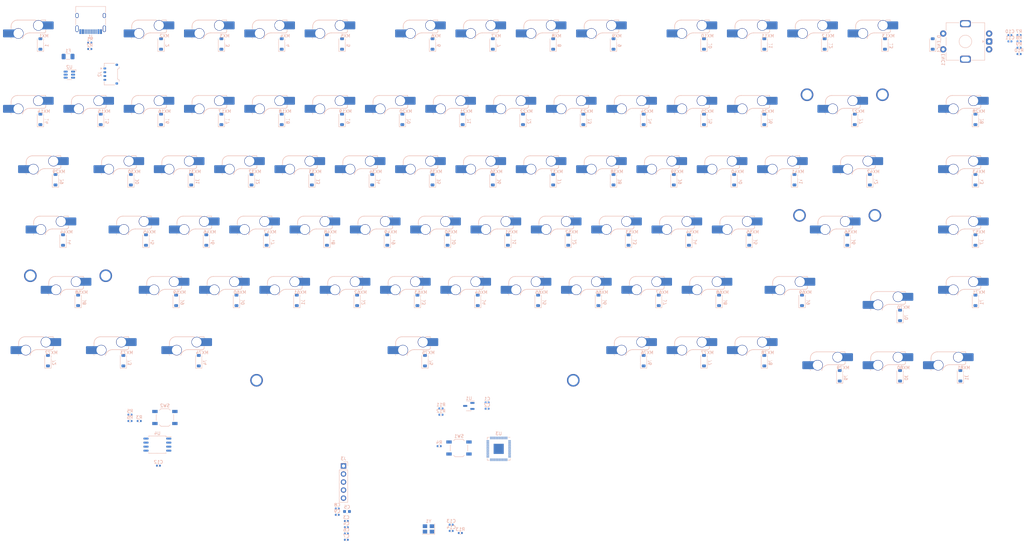
<source format=kicad_pcb>
(kicad_pcb (version 20221018) (generator pcbnew)
  (layers (0 "F.Cu" signal) (31 "B.Cu" signal) (34 "B.Paste" user) (35 "F.Paste" user) (36 "B.SilkS" user "B.Silkscreen") (37 "F.SilkS" user "F.Silkscreen") (38 "B.Mask" user) (39 "F.Mask" user) (44 "Edge.Cuts" user))
  (net 0 "")
  (net 1 "+5V")
  (net 2 "GND")
  (net 3 "+3V3")
  (net 4 "+1V1")
  (net 5 "XIN")
  (net 6 "ENC_B")
  (net 7 "ENC_A")
  (net 8 "Net-(D1-A)")
  (net 9 "Net-(C14-Pad2)")
  (net 10 "Net-(D2-A)")
  (net 11 "ROW0")
  (net 12 "Net-(D3-A)")
  (net 13 "ROW1")
  (net 14 "Net-(D4-A)")
  (net 15 "ROW2")
  (net 16 "Net-(D5-A)")
  (net 17 "ROW3")
  (net 18 "Net-(D6-A)")
  (net 19 "ROW4")
  (net 20 "Net-(D7-A)")
  (net 21 "ROW5")
  (net 22 "Net-(D8-A)")
  (net 23 "Net-(D_ENC1-A)")
  (net 24 "Net-(D9-A)")
  (net 25 "COL14")
  (net 26 "Net-(D10-A)")
  (net 27 "Net-(ENC1-PadB)")
  (net 28 "Net-(D11-A)")
  (net 29 "Net-(ENC1-PadA)")
  (net 30 "Net-(D12-A)")
  (net 31 "COL0")
  (net 32 "Net-(D13-A)")
  (net 33 "COL1")
  (net 34 "Net-(D14-A)")
  (net 35 "COL2")
  (net 36 "Net-(D15-A)")
  (net 37 "COL3")
  (net 38 "Net-(D16-A)")
  (net 39 "COL4")
  (net 40 "Net-(D17-A)")
  (net 41 "COL5")
  (net 42 "Net-(D18-A)")
  (net 43 "COL6")
  (net 44 "Net-(D19-A)")
  (net 45 "COL7")
  (net 46 "Net-(D20-A)")
  (net 47 "COL8")
  (net 48 "Net-(D21-A)")
  (net 49 "COL9")
  (net 50 "Net-(D22-A)")
  (net 51 "COL10")
  (net 52 "Net-(D23-A)")
  (net 53 "COL11")
  (net 54 "Net-(D24-A)")
  (net 55 "COL12")
  (net 56 "Net-(D25-A)")
  (net 57 "COL13")
  (net 58 "Net-(D26-A)")
  (net 59 "Net-(R7-Pad1)")
  (net 60 "Net-(D27-A)")
  (net 61 "Net-(R10-Pad2)")
  (net 62 "Net-(D28-A)")
  (net 63 "Net-(D29-A)")
  (net 64 "Net-(D30-A)")
  (net 65 "Net-(D31-A)")
  (net 66 "Net-(D32-A)")
  (net 67 "Net-(D33-A)")
  (net 68 "Net-(D34-A)")
  (net 69 "Net-(D35-A)")
  (net 70 "Net-(D36-A)")
  (net 71 "Net-(D37-A)")
  (net 72 "Net-(D38-A)")
  (net 73 "Net-(D39-A)")
  (net 74 "Net-(D40-A)")
  (net 75 "Net-(D41-A)")
  (net 76 "Net-(D42-A)")
  (net 77 "Net-(D43-A)")
  (net 78 "Net-(D44-A)")
  (net 79 "Net-(D45-A)")
  (net 80 "Net-(D46-A)")
  (net 81 "Net-(D47-A)")
  (net 82 "Net-(D48-A)")
  (net 83 "Net-(D49-A)")
  (net 84 "Net-(D50-A)")
  (net 85 "Net-(D51-A)")
  (net 86 "Net-(D52-A)")
  (net 87 "Net-(D53-A)")
  (net 88 "Net-(D54-A)")
  (net 89 "Net-(D55-A)")
  (net 90 "Net-(D56-A)")
  (net 91 "Net-(D57-A)")
  (net 92 "Net-(D58-A)")
  (net 93 "Net-(D59-A)")
  (net 94 "Net-(D60-A)")
  (net 95 "Net-(D61-A)")
  (net 96 "Net-(D62-A)")
  (net 97 "Net-(D63-A)")
  (net 98 "Net-(D64-A)")
  (net 99 "Net-(D65-A)")
  (net 100 "Net-(D66-A)")
  (net 101 "Net-(D67-A)")
  (net 102 "Net-(D68-A)")
  (net 103 "Net-(D69-A)")
  (net 104 "Net-(D70-A)")
  (net 105 "Net-(D71-A)")
  (net 106 "Net-(D72-A)")
  (net 107 "Net-(D73-A)")
  (net 108 "Net-(D74-A)")
  (net 109 "Net-(D75-A)")
  (net 110 "Net-(D76-A)")
  (net 111 "Net-(D77-A)")
  (net 112 "Net-(D78-A)")
  (net 113 "Net-(D79-A)")
  (net 114 "Net-(D80-A)")
  (net 115 "Net-(D81-A)")
  (net 116 "VBUS")
  (net 117 "Net-(J1-CC1)")
  (net 118 "D+")
  (net 119 "D-")
  (net 121 "Net-(J1-CC2)")
  (net 123 "RESET")
  (net 124 "SWC")
  (net 125 "SWD")
  (net 126 "Net-(R3-Pad2)")
  (net 127 "Q_SEL")
  (net 128 "Net-(R6-Pad1)")
  (net 129 "Net-(U3-USB_DP)")
  (net 130 "Net-(U3-USB_DM)")
  (net 131 "XOUT")
  (net 164 "Q_IO3")
  (net 165 "Q_CLK")
  (net 166 "Q_IO0")
  (net 167 "Q_IO2")
  (net 168 "Q_IO1")
  (footprint "Diode_SMD:D_SOD-123" (layer "B.Cu") (at 178.59375 47.625 90)
    (fp_text reference "D22")
    (fp_text value "D_Small")
  )
  (footprint "Diode_SMD:D_SOD-123" (layer "B.Cu") (at 121.44375 47.625 90)
    (fp_text reference "D19")
    (fp_text value "D_Small")
  )
  (footprint "Resistor_SMD:R_0402_1005Metric" (layer "B.Cu") (at 41.785 25.4 180)
    (fp_text reference "R2")
    (fp_text value "5k1")
  )
  (footprint "PCM_marbastlib-mx:SW_MX_HS_1u" (layer "B.Cu") (at 227.80625 84.93125 180)
    (fp_text reference "MX54")
    (fp_text value "MX_SW_HS" hide)
  )
  (footprint "PCM_marbastlib-mx:SW_MX_HS_1u" (layer "B.Cu") (at 294.48125 127.79375 180)
    (fp_text reference "MX80")
    (fp_text value "MX_SW_HS" hide)
  )
  (footprint "Capacitor_SMD:C_0402_1005Metric" (layer "B.Cu") (at 122.8 174.47 180)
    (fp_text reference "C3")
    (fp_text value "1u")
  )
  (footprint "PCM_marbastlib-mx:SW_MX_HS_1u" (layer "B.Cu") (at 203.99375 65.88125 180)
    (fp_text reference "MX38")
    (fp_text value "MX_SW_HS" hide)
  )
  (footprint "PCM_marbastlib-mx:SW_MX_HS_1u" (layer "B.Cu") (at 251.61875 46.83125 180)
    (fp_text reference "MX26")
    (fp_text value "MX_SW_HS" hide)
  )
  (footprint "PCM_marbastlib-mx:SW_MX_HS_1u" (layer "B.Cu") (at 51.59375 65.88125 180)
    (fp_text reference "MX30")
    (fp_text value "MX_SW_HS" hide)
  )
  (footprint "Diode_SMD:D_SOD-123" (layer "B.Cu") (at 207.16875 66.675 90)
    (fp_text reference "D38")
    (fp_text value "D_Small")
  )
  (footprint "Resistor_SMD:R_0402_1005Metric" (layer "B.Cu") (at 54.485 142.875 180)
    (fp_text reference "R6")
    (fp_text value "1k")
  )
  (footprint "PCM_marbastlib-mx:SW_MX_HS_1u" (layer "B.Cu") (at 194.46875 46.83125 180)
    (fp_text reference "MX23")
    (fp_text value "MX_SW_HS" hide)
  )
  (footprint "Diode_SMD:D_SOD-123" (layer "B.Cu") (at 192.88125 85.725 90)
    (fp_text reference "D52")
    (fp_text value "D_Small")
  )
  (footprint "Diode_SMD:D_SOD-123" (layer "B.Cu") (at 52.3875 123.825 90)
    (fp_text reference "D73")
    (fp_text value "D_Small")
  )
  (footprint "PCM_marbastlib-mx:SW_MX_HS_1u" (layer "B.Cu") (at 65.88125 103.98125 180)
    (fp_text reference "MX59")
    (fp_text value "MX_SW_HS" hide)
  )
  (footprint "Diode_SMD:D_SOD-123" (layer "B.Cu") (at 188.11875 23.8125 90)
    (fp_text reference "D8")
    (fp_text value "D_Small")
  )
  (footprint "Capacitor_SMD:C_0402_1005Metric" (layer "B.Cu") (at 332.35625 21.01875 180)
    (fp_text reference "C10")
    (fp_text value "10n")
  )
  (footprint "Diode_SMD:D_SOD-123" (layer "B.Cu") (at 230.98125 85.725 90)
    (fp_text reference "D54")
    (fp_text value "D_Small")
  )
  (footprint "Resistor_SMD:R_0402_1005Metric" (layer "B.Cu") (at 152.11625 150.8125 180)
    (fp_text reference "R4")
    (fp_text value "5k1")
  )
  (footprint "Diode_SMD:D_SOD-123" (layer "B.Cu") (at 59.53125 85.725 90)
    (fp_text reference "D45")
    (fp_text value "D_Small")
  )
  (footprint "Diode_SMD:D_SOD-123" (layer "B.Cu") (at 216.69375 47.625 90)
    (fp_text reference "D24")
    (fp_text value "D_Small")
  )
  (footprint "Resistor_SMD:R_0402_1005Metric" (layer "B.Cu") (at 54.485 140.885 180)
    (fp_text reference "R5")
    (fp_text value "5k1")
  )
  (footprint "Diode_SMD:D_SOD-123" (layer "B.Cu") (at 97.63125 85.725 90)
    (fp_text reference "D47")
    (fp_text value "D_Small")
  )
  (footprint "Diode_SMD:D_SOD-123" (layer "B.Cu") (at 211.93125 85.725 90)
    (fp_text reference "D53")
    (fp_text value "D_Small")
  )
  (footprint "PCM_marbastlib-mx:SW_MX_HS_1u" (layer "B.Cu") (at 99.21875 46.83125 180)
    (fp_text reference "MX18")
    (fp_text value "MX_SW_HS" hide)
  )
  (footprint "PCM_marbastlib-mx:SW_MX_HS_1u" (layer "B.Cu") (at 237.33125 103.98125 180)
    (fp_text reference "MX68")
    (fp_text value "MX_SW_HS" hide)
  )
  (footprint "PCM_marbastlib-mx:SW_MX_HS_1u" (layer "B.Cu") (at 246.85625 84.93125 180)
    (fp_text reference "MX55")
    (fp_text value "MX_SW_HS" hide)
  )
  (footprint "Diode_SMD:D_SOD-123" (layer "B.Cu") (at 297.65625 109.5375 90)
    (fp_text reference "D70")
    (fp_text value "D_Small")
  )
  (footprint "Diode_SMD:D_SOD-123" (layer "B.Cu") (at 307.975 23.8125 90)
    (fp_text reference "D_ENC1")
    (fp_text value "D_Small")
  )
  (footprint "Capacitor_SMD:C_0402_1005Metric" (layer "B.Cu") (at 63.46375 156.97875 180)
    (fp_text reference "C12")
    (fp_text value "1u")
  )
  (footprint "Diode_SMD:D_SOD-123" (layer "B.Cu") (at 321.46875 104.775 90)
    (fp_text reference "D71")
    (fp_text value "D_Small")
  )
  (footprint "Diode_SMD:D_SOD-123" (layer "B.Cu") (at 154.78125 85.725 90)
    (fp_text reference "D50")
    (fp_text value "D_Small")
  )
  (footprint "Diode_SMD:D_SOD-123" (layer "B.Cu") (at 197.64375 47.625 90)
    (fp_text reference "D23")
    (fp_text value "D_Small")
  )
  (footprint "Connector_USB:USB_C_Receptacle_HRO_TYPE-C-31-M-12" (layer "B.Cu") (at 42.06875 15.875)
    (fp_text reference "J1")
    (fp_text value "USB_C_Receptacle_USB2.0")
  )
  (footprint "Diode_SMD:D_SOD-123" (layer "B.Cu") (at 159.54375 47.625 90)
    (fp_text reference "D21")
    (fp_text value "D_Small")
  )
  (footprint "PCM_marbastlib-mx:SW_MX_HS_1u" (layer "B.Cu") (at 199.23125 103.98125 180)
    (fp_text reference "MX66")
    (fp_text value "MX_SW_HS" hide)
  )
  (footprint "Diode_SMD:D_SOD-123" (layer "B.Cu") (at 235.74375 23.8125 90)
    (fp_text reference "D10")
    (fp_text value "D_Small")
  )
  (footprint "Diode_SMD:D_SOD-123" (layer "B.Cu") (at 78.58125 85.725 90)
    (fp_text reference "D46")
    (fp_text value "D_Small")
  )
  (footprint "Capacitor_SMD:C_0402_1005Metric" (layer "B.Cu") (at 122.8 178.41 180)
    (fp_text reference "C6")
    (fp_text value "1u")
  )
  (footprint "PCM_marbastlib-mx:SW_MX_HS_1.5u" (layer "B.Cu") (at 284.95625 65.88125 180)
    (fp_text reference "MX42")
    (fp_text value "MX_SW_HS" hide)
  )
  (footprint "PCM_marbastlib-mx:SW_MX_HS_1u" (layer "B.Cu") (at 232.56875 123.03125 180)
    (fp_text reference "MX77")
    (fp_text value "MX_SW_HS" hide)
  )
  (footprint "PCM_marbastlib-mx:SW_MX_HS_1.75u" (layer "B.Cu") (at 30.1625 84.93125 180)
    (fp_text reference "MX44")
    (fp_text value "MX_SW_HS" hide)
  )
  (footprint "Diode_SMD:D_SOD-123" (layer "B.Cu") (at 150.01875 66.675 90)
    (fp_text reference "D35")
    (fp_text value "D_Small")
  )
  (footprint "PCM_marbastlib-mx:SW_MX_HS_1u" (layer "B.Cu") (at 156.36875 46.83125 180)
    (fp_text reference "MX21")
    (fp_text value "MX_SW_HS" hide)
  )
  (footprint "PCM_marbastlib-mx:SW_MX_HS_1u" (layer "B.Cu") (at 175.41875 46.83125 180)
    (fp_text reference "MX22")
    (fp_text value "MX_SW_HS" hide)
  )
  (footprint "PCM_marbastlib-mx:SW_MX_HS_1u" (layer "B.Cu") (at 56.35625 84.93125 180)
    (fp_text reference "MX45")
    (fp_text value "MX_SW_HS" hide)
  )
  (footprint "Diode_SMD:D_SOD-123" (layer "B.Cu") (at 169.06875 23.8125 90)
    (fp_text reference "D7")
    (fp_text value "D_Small")
  )
  (footprint "PCM_marbastlib-mx:SW_MX_HS_1u" (layer "B.Cu") (at 318.29375 65.88125 180)
    (fp_text reference "MX43")
    (fp_text value "MX_SW_HS" hide)
  )
  (footprint "Diode_SMD:D_SOD-123" (layer "B.Cu") (at 266.7 104.775 90)
    (fp_text reference "D69")
    (fp_text value "D_Small")
  )
  (footprint "Capacitor_SMD:C_0402_1005Metric" (layer "B.Cu") (at 155.90762 175.6075 180)
    (fp_text reference "C13")
    (fp_text value "22p")
  )
  (footprint "Capacitor_SMD:C_0402_1005Metric" (layer "B.Cu") (at 167.255 138.99375 180)
    (fp_text reference "C2")
    (fp_text value "1u")
  )
  (footprint "PCM_marbastlib-mx:SW_MX_HS_1u" (layer "B.Cu") (at 103.98125 103.98125 180)
    (fp_text reference "MX61")
    (fp_text value "MX_SW_HS" hide)
  )
  (footprint "PCM_marbastlib-various:ROT_Alps_EC11E-Switch" (layer "B.Cu") (at 318.29375 23.01875 -90)
    (fp_text reference "ENC1")
    (fp_text value "RotaryEncoder_Switch")
  )
  (footprint "Diode_SMD:D_SOD-123" (layer "B.Cu") (at 235.74375 47.625 90)
    (fp_text reference "D25")
    (fp_text value "D_Small")
  )
  (footprint "PCM_marbastlib-mx:SW_MX_HS_1u" (layer "B.Cu") (at 42.06875 46.83125 180)
    (fp_text reference "MX15")
    (fp_text value "MX_SW_HS" hide)
  )
  (footprint "Diode_SMD:D_SOD-123" (layer "B.Cu") (at 288.13125 66.675 90)
    (fp_text reference "D42")
    (fp_text value "D_Small")
  )
  (footprint "Diode_SMD:D_SOD-123" (layer "B.Cu") (at 64.29375 47.625 90)
    (fp_text reference "D16")
    (fp_text value "D_Small")
  )
  (footprint "Diode_SMD:D_SOD-123" (layer "B.Cu") (at 278.60625 128.5875 90)
    (fp_text reference "D79")
    (fp_text value "D_Small")
  )
  (footprint "PCM_marbastlib-mx:STAB_MX_P_2.25u" (layer "B.Cu") (at 277.8125 84.93125 180)
    (fp_text reference "S4" hide)
    (fp_text value "Enter")
  )
  (footprint "Diode_SMD:D_SOD-123" (layer "B.Cu") (at 107.15625 104.775 90)
    (fp_text reference "D61")
    (fp_text value "D_Small")
  )
  (footprint "Diode_SMD:D_SOD-123" (layer "B.Cu") (at 316.70625 128.5875 90)
    (fp_text reference "D81")
    (fp_text value "D_Small")
  )
  (footprint "Diode_SMD:D_SOD-123" (layer "B.Cu") (at 121.44375 23.8125 90)
    (fp_text reference "D5")
    (fp_text value "D_Small")
  )
  (footprint "PCM_marbastlib-mx:SW_MX_HS_1u" (layer "B.Cu") (at 232.56875 46.83125 180)
    (fp_text reference "MX25")
    (fp_text value "MX_SW_HS" hide)
  )
  (footprint "Diode_SMD:D_SOD-123" (layer "B.Cu") (at 221.45625 104.775 90)
    (fp_text reference "D67")
    (fp_text value "D_Small")
  )
  (footprint "Diode_SMD:D_SOD-123" (layer "B.Cu") (at 169.06875 66.675 90)
    (fp_text reference "D36")
    (fp_text value "D_Small")
  )
  (footprint "Resistor_SMD:R_0402_1005Metric" (layer "B.Cu") (at 335.24625 23.01875 180)
    (fp_text reference "R8")
    (fp_text value "5k1")
  )
  (footprint "PCM_marbastlib-mx:SW_MX_HS_1u" (layer "B.Cu") (at 89.69375 65.88125 180)
    (fp_text reference "MX32")
    (fp_text value "MX_SW_HS" hide)
  )
  (footprint "PCM_marbastlib-various:SOT-23-6-routable" (layer "B.Cu") (at 35.3375 33.49375 180)
    (fp_text reference "U2")
    (fp_text value "SRV05-4")
  )
  (footprint "PCM_marbastlib-mx:STAB_MX_P_6.25u" (layer "B.Cu") (at 144.4625 123.03125)
    (fp_text reference "S2" hide)
    (fp_text value "Space")
  )
  (footprint "Diode_SMD:D_SOD-123" (layer "B.Cu") (at 111.91875 66.675 90)
    (fp_text reference "D33")
    (fp_text value "D_Small")
  )
  (footprint "Resistor_SMD:R_0402_1005Metric" (layer "B.Cu") (at 335.24625 25.00875 180)
    (fp_text reference "R9")
    (fp_text value "5k1")
  )
  (footprint "PCM_marbastlib-mx:SW_MX_HS_1u" (layer "B.Cu") (at 203.99375 23.01875 180)
    (fp_text reference "MX9")
    (fp_text value "MX_SW_HS" hide)
  )
  (footprint "PCM_marbastlib-mx:STAB_MX_P_2.25u" (layer "B.Cu") (at 34.925 103.98125 180)
    (fp_text reference "S1" hide)
    (fp_text value "LShift")
  )
  (footprint "Capacitor_SMD:C_0402_1005Metric" (layer "B.Cu") (at 122.8 176.44 180)
    (fp_text reference "C4")
    (fp_text value "100n")
  )
  (footprint "PCM_marbastlib-mx:SW_MX_HS_1u" (layer "B.Cu") (at 165.89375 23.01875 180)
    (fp_text reference "MX7")
    (fp_text value "MX_SW_HS" hide)
  )
  (footprint "Diode_SMD:D_SOD-123" (layer "B.Cu") (at 130.96875 66.675 90)
    (fp_text reference "D34")
    (fp_text value "D_Small")
  )
  (footprint "Diode_SMD:D_SOD-123" (layer "B.Cu") (at 147.6375 123.825 90)
    (fp_text reference "D75")
    (fp_text value "D_Small")
  )
  (footprint "Diode_SMD:D_SOD-123" (layer "B.Cu") (at 283.36875 47.625 90)
    (fp_text reference "D27")
    (fp_text value "D_Small")
  )
  (footprint "Diode_SMD:D_SOD-123" (layer "B.Cu") (at 150.01875 23.8125 90)
    (fp_text reference "D6")
    (fp_text value "D_Small")
  )
  (footprint "Diode_SMD:D_SOD-123" (layer "B.Cu") (at 126.20625 104.775 90)
    (fp_text reference "D62")
    (fp_text value "D_Small")
  )
  (footprint "Diode_SMD:D_SOD-123" (layer "B.Cu") (at 321.46875 66.675 90)
    (fp_text reference "D43")
    (fp_text value "D_Small")
  )
  (footprint "Diode_SMD:D_SOD-123" (layer "B.Cu") (at 83.34375 47.625 90)
    (fp_text reference "D17")
    (fp_text value "D_Small")
  )
  (footprint "Resistor_SMD:R_0402_1005Metric" (layer "B.Cu") (at 335.24625 21.02875 180)
    (fp_text reference "R7")
    (fp_text value "5k1")
  )
  (footprint "PCM_marbastlib-mx:SW_MX_HS_1u" (layer "B.Cu") (at 261.14375 65.88125 180)
    (fp_text reference "MX41")
    (fp_text value "MX_SW_HS" hide)
  )
  (footprint "Capacitor_SMD:C_0402_1005Metric" (layer "B.Cu") (at 332.35625 22.98875 180)
    (fp_text reference "C11")
    (fp_text value "10n")
  )
  (footprint "Resistor_SMD:R_0402_1005Metric" (layer "B.Cu") (at 152.68375 140.89625 180)
    (fp_text reference "R12")
    (fp_text value "27")
  )
  (footprint "Fuse:Fuse_1206_3216Metric" (layer "B.Cu") (at 34.925 27.78125 180)
    (fp_text reference "F1")
    (fp_text value "Fuse_Small")
  )
  (footprint "PCM_marbastlib-mx:SW_MX_HS_1u" (layer "B.Cu") (at 318.29375 103.98125 180)
    (fp_text reference "MX71")
    (fp_text value "MX_SW_HS" hide)
  )
  (footprint "PCM_marbastlib-mx:SW_MX_HS_1u" (layer "B.Cu") (at 223.04375 65.88125 180)
    (fp_text reference "MX39")
    (fp_text value "MX_SW_HS" hide)
  )
  (footprint "Diode_SMD:D_SOD-123" (layer "B.Cu") (at 235.74375 123.825 90)
    (fp_text reference "D77")
    (fp_text value "D_Small")
  )
  (footprint "Diode_SMD:D_SOD-123" (layer "B.Cu") (at 30.95625 66.675 90)
    (fp_text reference "D29")
    (fp_text value "D_Small")
  )
  (footprint "PCM_marbastlib-mx:SW_MX_HS_1u" (layer "B.Cu") (at 70.64375 65.88125 180)
    (fp_text reference "MX31")
    (fp_text value "MX_SW_HS" hide)
  )
  (footprint "Diode_SMD:D_SOD-123" (layer "B.Cu") (at 216.69375 123.825 90)
    (fp_text reference "D76")
    (fp_text value "D_Small")
  )
  (footprint "Diode_SMD:D_SOD-123" (layer "B.Cu") (at 188.11875 66.675 90)
    (fp_text reference "D37")
    (fp_text value "D_Small")
  )
  (footprint "PCM_marbastlib-mx:SW_MX_HS_1u" (layer "B.Cu") (at 61.11875 46.83125 180)
    (fp_text reference "MX16")
    (fp_text value "MX_SW_HS" hide)
  )
  (footprint "Diode_SMD:D_SOD-123" (layer "B.Cu") (at 321.46875 47.625 90)
    (fp_text reference "D28")
    (fp_text value "D_Small")
  )
  (footprint "Diode_SMD:D_SOD-123" (layer "B.Cu") (at 250.03125 85.725 90)
    (fp_text reference "D55")
    (fp_text value "D_Small")
  )
  (footprint "Diode_SMD:D_SOD-123" (layer "B.Cu") (at 297.65625 128.5875 90)
    (fp_text reference "D80")
    (fp_text value "D_Small")
  )
  (footprint "PCM_marbastlib-mx:SW_MX_HS_1u" (layer "B.Cu") (at 34.925 103.98125 180)
    (fp_text reference "MX58")
    (fp_text value "MX_SW_HS" hide)
  )
  (footprint "Diode_SMD:D_SOD-123" (layer "B.Cu") (at 28.575 123.825 90)
    (fp_text reference "D72")
    (fp_text value "D_Small")
  )
  (footprint "Diode_SMD:D_SOD-123" (layer "B.Cu") (at 245.26875 66.675 90)
    (fp_text reference "D40")
    (fp_text value "D_Small")
  )
  (footprint "PCM_marbastlib-mx:SW_MX_HS_1u" (layer "B.Cu") (at 123.03125 103.98125 180)
    (fp_text reference "MX62")
    (fp_text value "MX_SW_HS" hide)
  )
  (footprint "Diode_SMD:D_SOD-123" (layer "B.Cu") (at 254.79375 123.825 90)
    (fp_text reference "D78")
    (fp_text value "D_Small")
  )
  (footprint "PCM_marbastlib-mx:SW_MX_HS_1u" (layer "B.Cu") (at 213.51875 46.83125 180)
    (fp_text reference "MX24")
    (fp_text value "MX_SW_HS" hide)
  )
  (footprint "PCM_marbastlib-mx:SW_MX_HS_1u" (layer "B.Cu") (at 142.08125 103.98125 180)
    (fp_text reference "MX63")
    (fp_text value "MX_SW_HS" hide)
  )
  (footprint "PCM_marbastlib-mx:SW_MX_HS_1u" (layer "B.Cu") (at 318.29375 46.83125 180)
    (fp_text reference "MX28")
    (fp_text value "MX_SW_HS" hide)
  )
  (footprint "Diode_SMD:D_SOD-123" (layer "B.Cu") (at 183.35625 104.775 90)
    (fp_text reference "D65")
    (fp_text value "D_Small")
  )
  (footprint "PCM_marbastlib-mx:SW_MX_HS_1.25u" (layer "B.Cu") (at 73.025 123.03125 180)
    (fp_text reference "MX74")
    (fp_text value "MX_SW_HS" hide)
  )
  (footprint "PCM_marbastlib-mx:SW_MX_HS_1u" (layer "B.Cu") (at 218.28125 103.98125 180)
    (fp_text reference "MX67")
    (fp_text value "MX_SW_HS" hide)
  )
  (footprint "Diode_SMD:D_SOD-123" (layer "B.Cu") (at 321.46875 85.725 90)
    (fp_text reference "D57")
    (fp_text value "D_Small")
  )
  (footprint "PCM_marbastlib-mx:SW_MX_HS_1u" (layer "B.Cu") (at 75.40625 84.93125 180)
    (fp_text reference "MX46")
    (fp_text value "MX_SW_HS" hide)
  )
  (footprint "PCM_marbastlib-mx:SW_MX_HS_1u" (layer "B.Cu") (at 170.65625 84.93125 180)
    (fp_text reference "MX51")
    (fp_text value "MX_SW_HS" hide)
  )
  (footprint "PCM_marbastlib-mx:SW_MX_HS_1u" (layer "B.Cu") (at 242.09375 65.88125 180)
    (fp_text reference "MX40")
    (fp_text value "MX_SW_HS" hide)
  )
  (footprint "Button_Switch_SMD:SW_SPST_TL3342" (layer "B.Cu") (at 158.3725 151.39625 180)
    (fp_text reference "SW1")
    (fp_text value "SW_Push")
  )
  (footprint "Diode_SMD:D_SOD-123" (layer "B.Cu") (at 226.21875 66.675 90)
    (fp_text reference "D39")
    (fp_text value "D_Small")
  )
  (footprint "Diode_SMD:D_SOD-123" (layer "B.Cu") (at 102.39375 47.625 90)
    (fp_text reference "D18")
    (fp_text value "D_Small")
  )
  (footprint "PCM_marbastlib-mx:SW_MX_HS_1u" (layer "B.Cu") (at 165.89375 65.88125 180)
    (fp_text reference "MX36")
    (fp_text value "MX_SW_HS" hide)
  )
  (footprint "PCM_marbastlib-mx:SW_MX_HS_1u" (layer "B.Cu") (at 270.66875 23.01875 180)
    (fp_text reference "MX12")
    (fp_text value "MX_SW_HS" hide)
  )
  (footprint "Connector_Molex:Molex_Pico-EZmate_78171-0004_1x04-1MP_P1.20mm_Vertical" (layer "B.Cu") (at 48.41875 33.3375 -90)
    (fp_text reference "J2")
    (fp_text value "Conn_01x04")
  )
  (footprint "Capacitor_SMD:C_0603_1608Metric" (layer "B.Cu") (at 123.0125 171.45 180)
    (fp_text reference "C5")
    (fp_text value "10u")
  )
  (footprint "PCM_marbastlib-mx:SW_MX_HS_1u" (layer "B.Cu") (at 275.43125 127.79375 180)
    (fp_text reference "MX79")
    (fp_text value "MX_SW_HS" hide)
  )
  (footprint "Diode_SMD:D_SOD-123" (layer "B.Cu") (at 264.31875 66.675 90)
    (fp_text reference "D41")
    (fp_text value "D_Small")
  )
  (footprint "PCM_marbastlib-mx:SW_MX_HS_1u" (layer "B.Cu") (at 127.79375 65.88125 180)
    (fp_text reference "MX34")
    (fp_text value "MX_SW_HS" hide)
  )
  (footprint "PCM_marbastlib-mx:SW_MX_HS_1u" (layer "B.Cu") (at 280.19375 46.83125 180)
    (fp_text reference "MX27")
    (fp_text value "MX_SW_HS" hide)
  )
  (footprint "Diode_SMD:D_SOD-123" (layer "B.Cu") (at 254.79375 47.625 90)
    (fp_text reference "D26")
    (fp_text value "D_Small")
  )
  (footprint "Resistor_SMD:R_0402_1005Metric" (layer "B.Cu") (at 335.24625 26.99875 180)
    (fp_text reference "R10")
    (fp_text value "5k1")
  )
  (footprint "Diode_SMD:D_SOD-123" (layer "B.Cu") (at 33.3375 85.725 90)
    (fp_text reference "D44")
    (fp_text value "D_Small")
  )
  (footprint "Capacitor_SMD:C_0402_1005Metric" (layer "B.Cu") (at 122.8 180.38 180)
    (fp_text reference "C7")
    (fp_text value "100n")
  )
  (footprint "PCM_marbastlib-mx:SW_MX_HS_1u" (layer "B.Cu") (at 61.11875 23.01875 180)
    (fp_text reference "MX2")
    (fp_text value "MX_SW_HS" hide)
  )
  (footprint "Diode_SMD:D_SOD-123" (layer "B.Cu") (at 64.29375 23.8125 90)
    (fp_text reference "D2")
    (fp_text value "D_Small")
  )
  (footprint "PCM_marbastlib-mx:SW_MX_HS_1u" (layer "B.Cu") (at 318.29375 84.93125 180)
    (fp_text reference "MX57")
    (fp_text value "MX_SW_HS" hide)
  )
  (footprint "PCM_marbastlib-mx:SW_MX_HS_1.25u" (layer "B.Cu") (at 25.4 123.03125 180)
    (fp_text reference "MX72")
    (fp_text value "MX_SW_HS" hide)
  )
  (footprint "PCM_marbastlib-mx:SW_MX_HS_1u" (layer "B.Cu") (at 184.94375 23.01875 180)
    (fp_text reference "MX8")
    (fp_text value "MX_SW_HS" hide)
  )
  (footprint "Diode_SMD:D_SOD-123" (layer "B.Cu") (at 45.24375 47.625 90)
    (fp_text reference "D15")
    (fp_text value "D_Small")
  )
  (footprint "PCM_marbastlib-mx:SW_MX_HS_1u" (layer "B.Cu") (at 161.13125 103.98125 180)
    (fp_text reference "MX64")
    (fp_text value "MX_SW_HS" hide)
  )
  (footprint "PCM_marbastlib-mx:SW_MX_HS_1u" (layer "B.Cu") (at 289.71875 23.01875 180)
    (fp_text reference "MX13")
    (fp_text value "MX_SW_HS" hide)
  )
  (footprint "PCM_marbastlib-mx:SW_MX_HS_1u" (layer "B.Cu") (at 113.50625 84.93125 180)
    (fp_text reference "MX48")
    (fp_text value "MX_SW_HS" hide)
  )
  (footprint "PCM_marbastlib-mx:SW_MX_HS_1u" (layer "B.Cu") (at 180.18125 103.98125 180)
    (fp_text reference "MX65")
    (fp_text value "MX_SW_HS" hide)
  )
  (footprint "Diode_SMD:D_SOD-123" (layer "B.Cu") (at 273.84375 23.8125 90)
    (fp_text reference "D12")
    (fp_text value "D_Small")
  )
  (footprint "PCM_marbastlib-mx:SW_MX_HS_1u" (layer "B.Cu") (at 232.56875 23.01875 180)
    (fp_text reference "MX10")
    (fp_text value "MX_SW_HS" hide)
  )
  (footprint "Diode_SMD:D_SOD-123" (layer "B.Cu") (at 69.05625 104.775 90)
    (fp_text reference "D59")
    (fp_text value "D_Small")
  )
  (footprint "Button_Switch_SMD:SW_SPST_TL3342" (layer "B.Cu") (at 65.50375 141.76625 180)
    (fp_text reference "SW2")
    (fp_text value "SW_Push")
  )
  (footprint "Resistor_SMD:R_0402_1005Metric" (layer "B.Cu") (at 41.785 23.41 180)
    (fp_text reference "R1")
    (fp_text value "5k1")
  )
  (footprint "PCM_marbastlib-mx:SW_MX_HS_1u" (layer "B.Cu") (at 137.31875 46.83125 180)
    (fp_text reference "MX20")
    (fp_text value "MX_SW_HS" hide)
  )
  (footprint "Diode_SMD:D_SOD-123" (layer "B.Cu") (at 26.19375 47.625 90)
    (fp_text reference "D14")
    (fp_text value "D_Small")
  )
  (footprint "Diode_SMD:D_SOD-123" (layer "B.Cu") (at 83.34375 23.8125 90)
    (fp_text reference "D3")
    (fp_text value "D_Small")
  )
  (footprint "Capacitor_SMD:C_0402_1005Metric" (layer "B.Cu") (at 167.255 137.02375 180)
    (fp_text reference "C1")
    (fp_text value "1u")
  )
  (footprint "Diode_SMD:D_SOD-123" (layer "B.Cu") (at 140.49375 47.625 90)
    (fp_text reference "D20")
    (fp_text value "D_Small")
  )
  (footprint "Capacitor_SMD:C_0402_1005Metric" (layer "B.Cu") (at 155.90762 177.5775 180)
    (fp_text reference "C14")
    (fp_text value "22p")
  )
  (footprint "Diode_SMD:D_SOD-123" (layer "B.Cu") (at 292.89375 23.8125 90)
    (fp_text reference "D13")
    (fp_text value "D_Small")
  )
  (footprint "PCM_marbastlib-mx:SW_MX_HS_1u" (layer "B.Cu") (at 118.26875 46.83125 180)
    (fp_text reference "MX19")
    (fp_text value "MX_SW_HS" hide)
  )
  (footprint "PCM_marbastlib-mx:SW_MX_HS_1u" (layer "B.Cu") (at 132.55625 84.93125 180)
    (fp_text reference "MX49")
    (fp_text value "MX_SW_HS" hide)
  )
  (footprint "Diode_SMD:D_SOD-123" (layer "B.Cu") (at 145.25625 104.775 90)
    (fp_text reference "D63")
    (fp_text value "D_Small")
  )
  (footprint "PCM_marbastlib-mx:SW_MX_HS_1.25u" (layer "B.Cu") (at 49.2125 123.03125 180)
    (fp_text reference "MX73")
    (fp_text value "MX_SW_HS" hide)
  )
  (footprint "PCM_marbastlib-mx:SW_MX_HS_1u" (layer "B.Cu") (at 313.53125 127.79375 180)
    (fp_text reference "MX81")
    (fp_text value "MX_SW_HS" hide)
  )
  (footprint "PCM_marbastlib-mx:SW_MX_HS_1u" (layer "B.Cu") (at 277.8125 84.93125 180)
    (fp_text reference "MX56")
    (fp_text value "MX_SW_HS" hide)
  )
  (footprint "Diode_SMD:D_SOD-123" (layer "B.Cu") (at 135.73125 85.725 90)
    (fp_text reference "D49")
    (fp_text value "D_Small")
  )
  (footprint "Package_TO_SOT_SMD:SOT-23-3" (layer "B.Cu") (at 161.475 138.1125 180)
    (fp_text reference "U1")
    (fp_text value "XC6206PxxxMR")
  )
  (footprint "Resistor_SMD:R_0402_1005Metric" (layer "B.Cu") (at 57.395 142.875 180)
    (fp_text reference "R3")
    (fp_text value "5k1")
  )
  (footprint "Diode_SMD:D_SOD-123" (layer "B.Cu") (at 280.9875 85.725 90)
    (fp_text reference "D56")
    (fp_text value "D_Small")
  )
  (footprint "Diode_SMD:D_SOD-123" (layer "B.Cu") (at 38.1 104.775 90)
    (fp_text reference "D58")
    (fp_text value "D_Small")
  )
  (footprint "PCM_marbastlib-mx:SW_MX_HS_1u" (layer "B.Cu") (at 99.21875 23.01875 180)
    (fp_text reference "MX4")
    (fp_text value "MX_SW_HS" hide)
  )
  (footprint "PCM_marbastlib-mx:SW_MX_HS_1u" (layer "B.Cu") (at 184.94375 65.88125 180)
    (fp_text reference "MX37")
    (fp_text value "MX_SW_HS" hide)
  )
  (footprint "PCM_marbastlib-mx:SW_MX_HS_1u" (layer "B.Cu") (at 294.48125 108.74375 180)
    (fp_text reference "MX70")
    (fp_text value "MX_SW_HS" hide)
  )
  (footprint "PCM_marbastlib-mx:SW_MX_HS_1u" (layer "B.Cu") (at 151.60625 84.93125 180)
    (fp_text reference "MX50")
    (fp_text value "MX_SW_HS" hide)
  )
  (footprint "PCM_marbastlib-mx:SW_MX_HS_1u" (layer "B.Cu") (at 251.61875 123.03125 180)
    (fp_text reference "MX78")
    (fp_text value "MX_SW_HS" hide)
  )
  (footprint "Diode_SMD:D_SOD-123" (layer "B.Cu") (at 116.68125 85.725 90)
    (fp_text reference "D48")
    (fp_text value "D_Small")
  )
  (footprint "Package_DFN_QFN:QFN-56-1EP_7x7mm_P0.4mm_EP3.2x3.2mm" (layer "B.Cu") (at 170.91625 151.6675 180)
    (fp_text reference "U3")
    (fp_text value "RP2040")
  )
  (footprint "PCM_marbastlib-mx:SW_MX_HS_1u" (layer "B.Cu") (at 23.01875 23.01875 180)
    (fp_text reference "MX1")
    (fp_text value "MX_SW_HS" hide)
  )
  (footprint "Resistor_SMD:R_0402_1005Metric" (layer "B.Cu") (at 152.68375 138.90625 180)
    (fp_text reference "R11")
    (fp_text value "27")
  )
  (footprint "Diode_SMD:D_SOD-123" (layer "B.Cu") (at 207.16875 23.8125 90)
    (fp_text reference "D9")
    (fp_text value "D_Small")
  )
  (footprint "Package_SO:SOIC-8_5.23x5.23mm_P1.27mm" (layer "B.Cu") (at 63.13125 150.33625 180)
    (fp_text reference "U4")
    (fp_text value "W25Q128JVS")
  )
  (footprint "Connector_PinHeader_2.54mm:PinHeader_1x05_P2.54mm_Vertical" (layer "B.Cu") (at 121.91 157.07 180)
    (fp_text reference "J3")
    (fp_text value "Conn_01x05")
  )
  (footprint "PCM_marbastlib-mx:SW_MX_HS_1u" (layer "B.Cu") (at 108.74375 65.88125 180)
    (fp_text reference "MX33")
    (fp_text value "MX_SW_HS" hide)
  )
  (footprint "PCM_marbastlib-mx:SW_MX_HS_1u" (layer "B.Cu") (at 84.93125 103.98125 180)
    (fp_text reference "MX60")
    (fp_text value "MX_SW_HS" hide)
  )
  (footprint "PCM_marbastlib-mx:SW_MX_HS_1u" (layer "B.Cu") (at 118.26875 23.01875 180)
    (fp_text reference "MX5")
    (fp_text value "MX_SW_HS" hide)
  )
  (footprint "PCM_marbastlib-mx:SW_MX_HS_1u" (layer "B.Cu") (at 251.61875 23.01875 180)
    (fp_text reference "MX11")
    (fp_text value "MX_SW_HS" hide)
  )
  (footprint "Resistor_SMD:R_0402_1005Metric" (layer "B.Cu") (at 158.79762 178.2375 180)
    (fp_text reference "R13")
    (fp_text value "1k")
  )
  (footprint "PCM_marbastlib-mx:SW_MX_HS_1u" (layer "B.Cu") (at 189.70625 84.93125 180)
    (fp_text reference "MX52")
    (fp_text value "MX_SW_HS" hide)
  )
  (footprint "Diode_SMD:D_SOD-123" (layer "B.Cu") (at 240.50625 104.775 90)
    (fp_text reference "D68")
    (fp_text value "D_Small")
  )
  (footprint "PCM_marbastlib-mx:SW_MX_HS_1.75u" (layer "B.Cu") (at 263.525 103.98125 180)
    (fp_text reference "MX69")
    (fp_text value "MX_SW_HS" hide)
  )
  (footprint "Diode_SMD:D_SOD-123" (layer "B.Cu") (at 73.81875 66.675 90)
    (fp_text reference "D31")
    (fp_text value "D_Small")
  )
  (footprint "Diode_SMD:D_SOD-123" (layer "B.Cu") (at 26.19375 23.8125 90)
    (fp_text reference "D1")
    (fp_text value "D_Small")
  )
  (footprint "Capacitor_SMD:C_0402_1005Metric" (layer "B.Cu") (at 119.93 170.53 180)
    (fp_text reference "C8")
    (fp_text value "100n")
  )
  (footprint "Crystal:Crystal_SMD_3225-4Pin_3.2x2.5mm" (layer "B.Cu") (at 148.7375 176.95 180)
    (fp_text reference "Y1")
    (fp_text value "Crystal_GND24")
  )
  (footprint "Diode_SMD:D_SOD-123" (layer "B.Cu") (at 76.2 123.825 90)
    (fp_text reference "D74")
    (fp_text value "D_Small")
  )
  (footprint "Diode_SMD:D_SOD-123" (layer "B.Cu") (at 202.40625 104.775 90)
    (fp_text reference "D66")
    (fp_text value "D_Small")
  )
  (footprint "Diode_SMD:D_SOD-123" (layer "B.Cu") (at 164.30625 104.775 90)
    (fp_text reference "D64")
    (fp_text value "D_Small")
  )
  (footprint "Diode_SMD:D_SOD-123" (layer "B.Cu") (at 88.10625 104.775 90)
    (fp_text reference "D60")
    (fp_text value "D_Small")
  )
  (footprint "PCM_marbastlib-mx:SW_MX_HS_1u" (layer "B.Cu") (at 213.51875 123.03125 180)
    (fp_text reference "MX76")
    (fp_text value "MX_SW_HS" hide)
  )
  (footprint "Diode_SMD:D_SOD-123" (layer "B.Cu") (at 92.86875 66.675 90)
    (fp_text reference "D32")
    (fp_text value "D_Small")
  )
  (footprint "PCM_marbastlib-mx:SW_MX_HS_1u" (layer "B.Cu") (at 146.84375 23.01875 180)
    (fp_text reference "MX6")
    (fp_text value "MX_SW_HS" hide)
  )
  (footprint "Diode_SMD:D_SOD-123" (layer "B.Cu") (at 254.79375 23.8125 90)
    (fp_text reference "D11")
    (fp_text value "D_Small")
  )
  (footprint "PCM_marbastlib-mx:STAB_MX_P_2u" (layer "B.Cu") (at 280.19375 46.83125 180)
    (fp_text reference "S3" hide)
    (fp_text value "Backspace")
  )
  (footprint "PCM_marbastlib-mx:SW_MX_HS_1.5u" (layer "B.Cu") (at 27.78125 65.88125 180)
    (fp_text reference "MX29")
    (fp_text value "MX_SW_HS" hide)
  )
  (footprint "Diode_SMD:D_SOD-123" (layer "B.Cu") (at 173.83125 85.725 90)
    (fp_text reference "D51")
    (fp_text value "D_Small")
  )
  (footprint "PCM_marbastlib-mx:SW_MX_HS_1u" (layer "B.Cu") (at 208.75625 84.93125 180)
    (fp_text reference "MX53")
    (fp_text value "MX_SW_HS" hide)
  )
  (footprint "PCM_marbastlib-mx:SW_MX_HS_1u" (layer "B.Cu") (at 144.4625 123.03125 180)
    (fp_text reference "MX75")
    (fp_text value "MX_SW_HS" hide)
  )
  (footprint "PCM_marbastlib-mx:SW_MX_HS_1u" (layer "B.Cu") (at 80.16875 46.83125 180)
    (fp_text reference "MX17")
    (fp_text value "MX_SW_HS" hide)
  )
  (footprint "PCM_marbastlib-mx:SW_MX_HS_1u" (layer "B.Cu") (at 94.45625 84.93125 180)
    (fp_text reference "MX47")
    (fp_text value "MX_SW_HS" hide)
  )
  (footprint "Capacitor_SMD:C_0402_1005Metric" (layer "B.Cu") (at 119.93 172.5 180)
    (fp_text reference "C9")
    (fp_text value "100n")
  )
  (footprint "PCM_marbastlib-mx:SW_MX_HS_1u" (layer "B.Cu") (at 146.84375 65.88125 180)
    (fp_text reference "MX35")
    (fp_text value "MX_SW_HS" hide)
  )
  (footprint "Diode_SMD:D_SOD-123" (layer "B.Cu") (at 102.39375 23.8125 90)
    (fp_text reference "D4")
    (fp_text value "D_Small")
  )
  (footprint "PCM_marbastlib-mx:SW_MX_HS_1u" (layer "B.Cu") (at 80.16875 23.01875 180)
    (fp_text reference "MX3")
    (fp_text value "MX_SW_HS" hide)
  )
  (footprint "PCM_marbastlib-mx:SW_MX_HS_1u" (layer "B.Cu") (at 23.01875 46.83125 180)
    (fp_text reference "MX14")
    (fp_text value "MX_SW_HS" hide)
  )
  (footprint "Diode_SMD:D_SOD-123" (layer "B.Cu") (at 54.76875 66.675 90)
    (fp_text reference "D30")
    (fp_text value "D_Small")
  )
)
</source>
